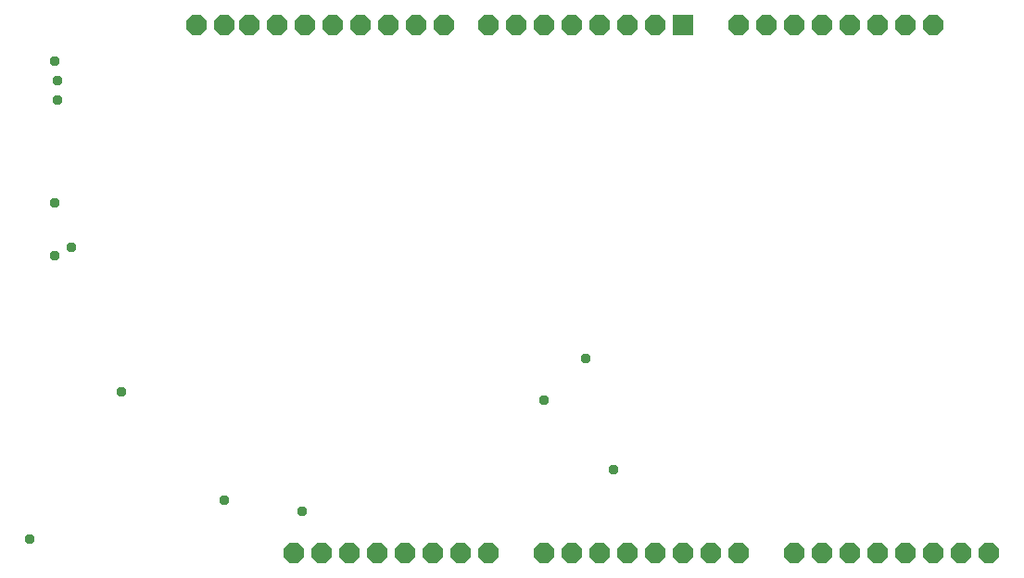
<source format=gbr>
G04 EAGLE Gerber RS-274X export*
G75*
%MOMM*%
%FSLAX34Y34*%
%LPD*%
%INSoldermask Bottom*%
%IPPOS*%
%AMOC8*
5,1,8,0,0,1.08239X$1,22.5*%
G01*
G04 Define Apertures*
%ADD10P,2.03446X8X22.5*%
%ADD11R,1.879600X1.879600*%
%ADD12C,0.959600*%
D10*
X533400Y508000D03*
X508000Y25400D03*
X558800Y508000D03*
X584200Y508000D03*
X609600Y508000D03*
D11*
X635000Y508000D03*
D10*
X508000Y508000D03*
X482600Y508000D03*
X457200Y508000D03*
X416560Y508000D03*
X391160Y508000D03*
X365760Y508000D03*
X340360Y508000D03*
X314960Y508000D03*
X289560Y508000D03*
X264160Y508000D03*
X238760Y508000D03*
X533400Y25400D03*
X558800Y25400D03*
X584200Y25400D03*
X609600Y25400D03*
X635000Y25400D03*
X457200Y25400D03*
X431800Y25400D03*
X406400Y25400D03*
X381000Y25400D03*
X355600Y25400D03*
X330200Y25400D03*
X685800Y508000D03*
X711200Y508000D03*
X736600Y508000D03*
X762000Y508000D03*
X787400Y508000D03*
X812800Y508000D03*
X838200Y508000D03*
X863600Y508000D03*
X660400Y25400D03*
X685800Y25400D03*
X736600Y25400D03*
X762000Y25400D03*
X787400Y25400D03*
X812800Y25400D03*
X838200Y25400D03*
X863600Y25400D03*
X889000Y25400D03*
X914400Y25400D03*
X215900Y508000D03*
X190500Y508000D03*
X304800Y25400D03*
X279400Y25400D03*
D12*
X215900Y73660D03*
X38100Y38100D03*
X121920Y172720D03*
X287020Y63500D03*
X60960Y474980D03*
X63500Y439420D03*
X60960Y345440D03*
X60960Y297180D03*
X571500Y101600D03*
X76200Y304800D03*
X508000Y165100D03*
X63500Y457200D03*
X546100Y203200D03*
M02*

</source>
